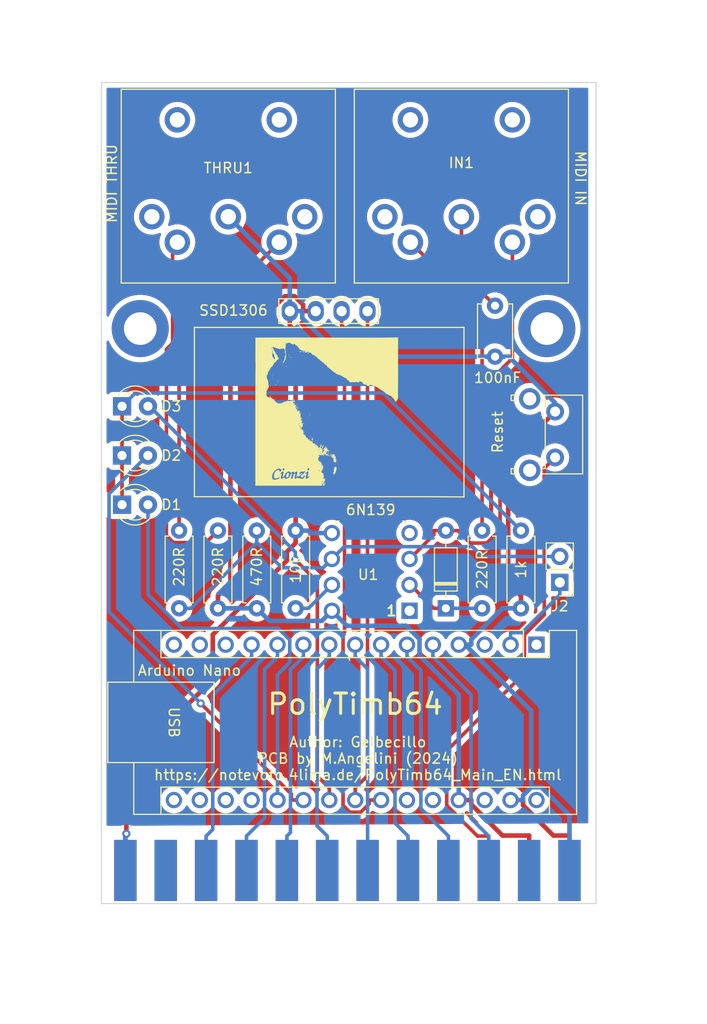
<source format=kicad_pcb>
(kicad_pcb (version 20211014) (generator pcbnew)
  (layers (0 "F.Cu" signal) (31 "B.Cu" signal) (34 "B.Paste" user) (35 "F.Paste" user) (36 "B.SilkS" user "B.Silkscreen") (37 "F.SilkS" user "F.Silkscreen") (38 "B.Mask" user) (39 "F.Mask" user) (44 "Edge.Cuts" user))
  (net 0 "")
  (net 2 "RX")
  (net 4 "GND")
  (net 5 "Net-(A1-Pad5)")
  (net 6 "Net-(A1-Pad6)")
  (net 7 "Net-(A1-Pad7)")
  (net 8 "Net-(A1-Pad8)")
  (net 9 "Net-(A1-Pad9)")
  (net 10 "Net-(A1-Pad10)")
  (net 11 "Net-(A1-Pad11)")
  (net 12 "Net-(A1-Pad12)")
  (net 20 "Net-(A1-Pad20)")
  (net 21 "Net-(A1-Pad21)")
  (net 22 "Net-(A1-Pad22)")
  (net 23 "SDA")
  (net 24 "SCL")
  (net 27 "+5V")
  (net 30 "Net-(C1-Pad1)")
  (net 31 "Net-(CON1-Pad3)")
  (net 42 "Net-(D1-Pad1)")
  (net 43 "Net-(D4-Pad1)")
  (net 44 "Net-(D4-Pad2)")
  (net 45 "Net-(J2-Pad2)")
  (net 46 "Net-(R3-Pad1)")
  (net 51 "Net-(IN1-Pad4)")
  (net 52 "Net-(THRU1-Pad4)")
  (net 53 "Net-(THRU1-Pad5)")
  (footprint "arduino:DIN-5-midi" (layer "F.Cu") (at 93.472 59.182 -90)
    (fp_text reference "THRU1" (at -1.778 0) (layer "F.SilkS"))
    (fp_text value "DIN-5_180degree")
    (pad "" thru_hole circle (at -6.5 -5 270) (size 2.5 2.5) (drill 1.5) (layers *.Cu *.Mask))
    (pad "" thru_hole circle (at -6.5 5 270) (size 2.5 2.5) (drill 1.5) (layers *.Cu *.Mask))
    (pad "1" thru_hole circle (at 3 7.5 270) (size 2.5 2.5) (drill 1.5) (layers *.Cu *.Mask))
    (pad "2" thru_hole circle (at 3 0 270) (size 2.5 2.5) (drill 1.5) (layers *.Cu *.Mask) (net 4 "GND"))
    (pad "3" thru_hole circle (at 3 -7.5 270) (size 2.5 2.5) (drill 1.5) (layers *.Cu *.Mask))
    (pad "4" thru_hole circle (at 5.5 5 270) (size 2.5 2.5) (drill 1.5) (layers *.Cu *.Mask) (net 52 "Net-(THRU1-Pad4)"))
    (pad "5" thru_hole circle (at 5.5 -5 270) (size 2.5 2.5) (drill 1.5) (layers *.Cu *.Mask) (net 53 "Net-(THRU1-Pad5)"))
  )
  (footprint "graphics:cionzi" (layer "F.Cu") (at 103.124 81.28)
    (fp_text reference " " (at 0 0) (layer "F.SilkS") (effects (font (size 1.524 1.524) (thickness 0.3))))
    (fp_text value "LOGO" hide)
  )
  (footprint "Resistor_THT:R_Axial_DIN0207_L6.3mm_D2.5mm_P7.62mm_Horizontal" (layer "F.Cu") (at 122.174 92.964 -90)
    (fp_text reference "R1")
    (fp_text value "1k" (at 3.81 0 90) (layer "F.SilkS"))
    (pad "1" thru_hole circle (at 0 0 270) (size 1.6 1.6) (drill 0.8) (layers *.Cu *.Mask) (net 42 "Net-(D1-Pad1)"))
    (pad "2" thru_hole oval (at 7.62 0 270) (size 1.6 1.6) (drill 0.8) (layers *.Cu *.Mask) (net 4 "GND"))
  )
  (footprint "Resistor_THT:R_Axial_DIN0207_L6.3mm_D2.5mm_P7.62mm_Horizontal" (layer "F.Cu") (at 92.456 92.964 -90)
    (fp_text reference "R5")
    (fp_text value "220R" (at 3.556 0 90) (layer "F.SilkS"))
    (pad "1" thru_hole circle (at 0 0 270) (size 1.6 1.6) (drill 0.8) (layers *.Cu *.Mask) (net 52 "Net-(THRU1-Pad4)"))
    (pad "2" thru_hole oval (at 7.62 0 270) (size 1.6 1.6) (drill 0.8) (layers *.Cu *.Mask) (net 27 "+5V"))
  )
  (footprint "MountingHole:MountingHole_3.2mm_M3_DIN965_Pad_TopBottom" (layer "F.Cu") (at 84.836 73.152)
    (fp_text reference "H1")
    (fp_text value "MountingHole")
    (pad "1" thru_hole circle (at 0 0) (size 3.6 3.6) (drill 3.2) (layers *.Cu *.Mask))
    (pad "1" connect circle (at 0 0) (size 5.6 5.6) (layers "B.Cu" "B.Mask"))
    (pad "1" connect circle (at 0 0) (size 5.6 5.6) (layers "F.Cu" "F.Mask"))
  )
  (footprint "Capacitor_THT:C_Disc_D5.1mm_W3.2mm_P5.00mm" (layer "F.Cu") (at 119.634 70.906 -90)
    (fp_text reference "C1")
    (fp_text value "100nF" (at 7.072 -0.254) (layer "F.SilkS"))
    (pad "1" thru_hole circle (at 0 0 270) (size 1.6 1.6) (drill 0.8) (layers *.Cu *.Mask) (net 30 "Net-(C1-Pad1)"))
    (pad "2" thru_hole circle (at 5 0 270) (size 1.6 1.6) (drill 0.8) (layers *.Cu *.Mask) (net 4 "GND"))
  )
  (footprint "Module:Arduino_Nano" (layer "F.Cu") (at 123.698 104.15 -90)
    (fp_text reference "A1")
    (fp_text value "Arduino Nano" (at 2.53 34.036) (layer "F.SilkS"))
    (fp_text user "USB" (at 7.62 35.56 -90 unlocked) (layer "F.SilkS"))
    (pad "1" thru_hole rect (at 0 0 270) (size 1.6 1.6) (drill 1) (layers *.Cu *.Mask))
    (pad "2" thru_hole oval (at 0 2.54 270) (size 1.6 1.6) (drill 1) (layers *.Cu *.Mask) (net 2 "RX"))
    (pad "3" thru_hole oval (at 0 5.08 270) (size 1.6 1.6) (drill 1) (layers *.Cu *.Mask))
    (pad "4" thru_hole oval (at 0 7.62 270) (size 1.6 1.6) (drill 1) (layers *.Cu *.Mask) (net 4 "GND"))
    (pad "5" thru_hole oval (at 0 10.16 270) (size 1.6 1.6) (drill 1) (layers *.Cu *.Mask) (net 5 "Net-(A1-Pad5)"))
    (pad "6" thru_hole oval (at 0 12.7 270) (size 1.6 1.6) (drill 1) (layers *.Cu *.Mask) (net 6 "Net-(A1-Pad6)"))
    (pad "7" thru_hole oval (at 0 15.24 270) (size 1.6 1.6) (drill 1) (layers *.Cu *.Mask) (net 7 "Net-(A1-Pad7)"))
    (pad "8" thru_hole oval (at 0 17.78 270) (size 1.6 1.6) (drill 1) (layers *.Cu *.Mask) (net 8 "Net-(A1-Pad8)"))
    (pad "9" thru_hole oval (at 0 20.32 270) (size 1.6 1.6) (drill 1) (layers *.Cu *.Mask) (net 9 "Net-(A1-Pad9)"))
    (pad "10" thru_hole oval (at 0 22.86 270) (size 1.6 1.6) (drill 1) (layers *.Cu *.Mask) (net 10 "Net-(A1-Pad10)"))
    (pad "11" thru_hole oval (at 0 25.4 270) (size 1.6 1.6) (drill 1) (layers *.Cu *.Mask) (net 11 "Net-(A1-Pad11)"))
    (pad "12" thru_hole oval (at 0 27.94 270) (size 1.6 1.6) (drill 1) (layers *.Cu *.Mask) (net 12 "Net-(A1-Pad12)"))
    (pad "13" thru_hole oval (at 0 30.48 270) (size 1.6 1.6) (drill 1) (layers *.Cu *.Mask))
    (pad "14" thru_hole oval (at 0 33.02 270) (size 1.6 1.6) (drill 1) (layers *.Cu *.Mask))
    (pad "15" thru_hole oval (at 0 35.56 270) (size 1.6 1.6) (drill 1) (layers *.Cu *.Mask))
    (pad "16" thru_hole oval (at 15.24 35.56 270) (size 1.6 1.6) (drill 1) (layers *.Cu *.Mask))
    (pad "17" thru_hole oval (at 15.24 33.02 270) (size 1.6 1.6) (drill 1) (layers *.Cu *.Mask))
    (pad "18" thru_hole oval (at 15.24 30.48 270) (size 1.6 1.6) (drill 1) (layers *.Cu *.Mask))
    (pad "19" thru_hole oval (at 15.24 27.94 270) (size 1.6 1.6) (drill 1) (layers *.Cu *.Mask))
    (pad "20" thru_hole oval (at 15.24 25.4 270) (size 1.6 1.6) (drill 1) (layers *.Cu *.Mask) (net 20 "Net-(A1-Pad20)"))
    (pad "21" thru_hole oval (at 15.24 22.86 270) (size 1.6 1.6) (drill 1) (layers *.Cu *.Mask) (net 21 "Net-(A1-Pad21)"))
    (pad "22" thru_hole oval (at 15.24 20.32 270) (size 1.6 1.6) (drill 1) (layers *.Cu *.Mask) (net 22 "Net-(A1-Pad22)"))
    (pad "23" thru_hole oval (at 15.24 17.78 270) (size 1.6 1.6) (drill 1) (layers *.Cu *.Mask) (net 23 "SDA"))
    (pad "24" thru_hole oval (at 15.24 15.24 270) (size 1.6 1.6) (drill 1) (layers *.Cu *.Mask) (net 24 "SCL"))
    (pad "25" thru_hole oval (at 15.24 12.7 270) (size 1.6 1.6) (drill 1) (layers *.Cu *.Mask))
    (pad "26" thru_hole oval (at 15.24 10.16 270) (size 1.6 1.6) (drill 1) (layers *.Cu *.Mask))
    (pad "27" thru_hole oval (at 15.24 7.62 270) (size 1.6 1.6) (drill 1) (layers *.Cu *.Mask) (net 27 "+5V"))
    (pad "28" thru_hole oval (at 15.24 5.08 270) (size 1.6 1.6) (drill 1) (layers *.Cu *.Mask))
    (pad "29" thru_hole oval (at 15.24 2.54 270) (size 1.6 1.6) (drill 1) (layers *.Cu *.Mask) (net 4 "GND"))
    (pad "30" thru_hole oval (at 15.24 0 270) (size 1.6 1.6) (drill 1) (layers *.Cu *.Mask))
  )
  (footprint "Resistor_THT:R_Axial_DIN0207_L6.3mm_D2.5mm_P7.62mm_Horizontal" (layer "F.Cu") (at 88.646 92.964 -90)
    (fp_text reference "R6")
    (fp_text value "220R" (at 3.556 0 90) (layer "F.SilkS"))
    (pad "1" thru_hole circle (at 0 0 270) (size 1.6 1.6) (drill 0.8) (layers *.Cu *.Mask) (net 53 "Net-(THRU1-Pad5)"))
    (pad "2" thru_hole oval (at 7.62 0 270) (size 1.6 1.6) (drill 0.8) (layers *.Cu *.Mask) (net 45 "Net-(J2-Pad2)"))
  )
  (footprint "digikey-footprints:DIP-8_W7.62mm" (layer "F.Cu") (at 111.252 100.828 180)
    (fp_text reference "U1" (at 4.064 3.546) (layer "F.SilkS"))
    (fp_text value "6N139" (at 3.81 9.896) (layer "F.SilkS"))
    (pad "1" thru_hole rect locked (at 0 0 180) (size 1.6 1.6) (drill 1) (layers *.Cu *.Mask))
    (pad "2" thru_hole circle locked (at 0 2.54 180) (size 1.6 1.6) (drill 1) (layers *.Cu *.Mask) (net 44 "Net-(D4-Pad2)"))
    (pad "3" thru_hole circle locked (at 0 5.08 180) (size 1.6 1.6) (drill 1) (layers *.Cu *.Mask) (net 43 "Net-(D4-Pad1)"))
    (pad "4" thru_hole circle locked (at 0 7.62 180) (size 1.6 1.6) (drill 1) (layers *.Cu *.Mask))
    (pad "5" thru_hole circle locked (at 7.62 7.62 180) (size 1.6 1.6) (drill 1) (layers *.Cu *.Mask) (net 4 "GND"))
    (pad "6" thru_hole circle locked (at 7.62 5.08 180) (size 1.6 1.6) (drill 1) (layers *.Cu *.Mask) (net 45 "Net-(J2-Pad2)"))
    (pad "7" thru_hole circle locked (at 7.62 2.54 180) (size 1.6 1.6) (drill 1) (layers *.Cu *.Mask) (net 46 "Net-(R3-Pad1)"))
    (pad "8" thru_hole circle locked (at 7.62 0 180) (size 1.6 1.6) (drill 1) (layers *.Cu *.Mask) (net 27 "+5V"))
  )
  (footprint "Connector_PinHeader_2.54mm:PinHeader_1x02_P2.54mm_Vertical" (layer "F.Cu") (at 125.984 98.044 180)
    (fp_text reference "J2" (at 0 -2.33) (layer "F.SilkS"))
    (fp_text value "Conn_01x02_Male")
    (pad "1" thru_hole rect (at 0 0 180) (size 1.7 1.7) (drill 1) (layers *.Cu *.Mask) (net 2 "RX"))
    (pad "2" thru_hole oval (at 0 2.54 180) (size 1.7 1.7) (drill 1) (layers *.Cu *.Mask) (net 45 "Net-(J2-Pad2)"))
  )
  (footprint "Resistor_THT:R_Axial_DIN0207_L6.3mm_D2.5mm_P7.62mm_Horizontal" (layer "F.Cu") (at 100.076 100.584 90)
    (fp_text reference "R3")
    (fp_text value "10k" (at 3.81 0 90) (layer "F.SilkS"))
    (pad "1" thru_hole circle (at 0 0 90) (size 1.6 1.6) (drill 0.8) (layers *.Cu *.Mask) (net 46 "Net-(R3-Pad1)"))
    (pad "2" thru_hole oval (at 7.62 0 90) (size 1.6 1.6) (drill 0.8) (layers *.Cu *.Mask) (net 4 "GND"))
  )
  (footprint "Resistor_THT:R_Axial_DIN0207_L6.3mm_D2.5mm_P7.62mm_Horizontal" (layer "F.Cu") (at 118.364 92.964 -90)
    (fp_text reference "R2")
    (fp_text value "220R" (at 3.81 0 90) (layer "F.SilkS"))
    (pad "1" thru_hole circle (at 0 0 270) (size 1.6 1.6) (drill 0.8) (layers *.Cu *.Mask) (net 51 "Net-(IN1-Pad4)"))
    (pad "2" thru_hole oval (at 7.62 0 270) (size 1.6 1.6) (drill 0.8) (layers *.Cu *.Mask) (net 44 "Net-(D4-Pad2)"))
  )
  (footprint "Hackup_Commodore:C64-User-Port-Female_Single-GND" (layer "F.Cu") (at 105.156 129.2965)
    (fp_text reference "CON1")
    (fp_text value "C64-UserPort-Sym")
    (pad "1" smd rect locked (at -21.78 -3) (size 2.2 6) (layers "B.Cu" "B.Paste" "B.Mask") (net 4 "GND"))
    (pad "1" smd rect locked (at 21.78 -3) (size 2.2 6) (layers "B.Cu" "B.Paste" "B.Mask") (net 4 "GND"))
    (pad "1" smd rect locked (at 21.78 -3) (size 2.2 6) (layers "F.Cu" "F.Paste" "F.Mask") (net 4 "GND"))
    (pad "1" smd rect locked (at -21.78 -3) (size 2.2 6) (layers "F.Cu" "F.Paste" "F.Mask") (net 4 "GND"))
    (pad "2" smd rect locked (at 17.82 -3) (size 2.2 6) (layers "F.Cu" "F.Paste" "F.Mask") (net 27 "+5V"))
    (pad "3" smd rect locked (at 13.86 -3) (size 2.2 6) (layers "F.Cu" "F.Paste" "F.Mask") (net 31 "Net-(CON1-Pad3)"))
    (pad "4" smd rect locked (at 9.9 -3) (size 2.2 6) (layers "F.Cu" "F.Paste" "F.Mask"))
    (pad "5" smd rect locked (at 5.94 -3) (size 2.2 6) (layers "F.Cu" "F.Paste" "F.Mask"))
    (pad "6" smd rect locked (at 1.98 -3) (size 2.2 6) (layers "F.Cu" "F.Paste" "F.Mask"))
    (pad "7" smd rect locked (at -1.98 -3) (size 2.2 6) (layers "F.Cu" "F.Paste" "F.Mask"))
    (pad "8" smd rect locked (at -5.94 -3) (size 2.2 6) (layers "F.Cu" "F.Paste" "F.Mask"))
    (pad "9" smd rect locked (at -9.9 -3) (size 2.2 6) (layers "F.Cu" "F.Paste" "F.Mask"))
    (pad "10" smd rect locked (at -13.86 -3) (size 2.2 6) (layers "F.Cu" "F.Paste" "F.Mask"))
    (pad "11" smd rect locked (at -17.82 -3) (size 2.2 6) (layers "F.Cu" "F.Paste" "F.Mask"))
    (pad "B" smd rect locked (at 17.82 -3) (size 2.2 6) (layers "B.Cu" "B.Paste" "B.Mask"))
    (pad "C" smd rect locked (at 13.86 -3) (size 2.2 6) (layers "B.Cu" "B.Paste" "B.Mask") (net 5 "Net-(A1-Pad5)"))
    (pad "D" smd rect locked (at 9.9 -3) (size 2.2 6) (layers "B.Cu" "B.Paste" "B.Mask") (net 6 "Net-(A1-Pad6)"))
    (pad "E" smd rect locked (at 5.94 -3) (size 2.2 6) (layers "B.Cu" "B.Paste" "B.Mask") (net 7 "Net-(A1-Pad7)"))
    (pad "F" smd rect locked (at 1.98 -3) (size 2.2 6) (layers "B.Cu" "B.Paste" "B.Mask") (net 8 "Net-(A1-Pad8)"))
    (pad "H" smd rect locked (at -1.98 -3) (size 2.2 6) (layers "B.Cu" "B.Paste" "B.Mask") (net 9 "Net-(A1-Pad9)"))
    (pad "J" smd rect locked (at -5.94 -3) (size 2.2 6) (layers "B.Cu" "B.Paste" "B.Mask") (net 10 "Net-(A1-Pad10)"))
    (pad "K" smd rect locked (at -9.9 -3) (size 2.2 6) (layers "B.Cu" "B.Paste" "B.Mask") (net 11 "Net-(A1-Pad11)"))
    (pad "L" smd rect locked (at -13.86 -3) (size 2.2 6) (layers "B.Cu" "B.Paste" "B.Mask") (net 12 "Net-(A1-Pad12)"))
    (pad "M" smd rect locked (at -17.82 -3) (size 2.2 6) (layers "B.Cu" "B.Paste" "B.Mask"))
  )
  (footprint "arduino:DIN-5-midi" (layer "F.Cu") (at 116.332 59.182 -90)
    (fp_text reference "IN1" (at -2.286 0) (layer "F.SilkS"))
    (fp_text value "DIN-5_180degree")
    (pad "" thru_hole circle (at -6.5 -5 270) (size 2.5 2.5) (drill 1.5) (layers *.Cu *.Mask))
    (pad "" thru_hole circle (at -6.5 5 270) (size 2.5 2.5) (drill 1.5) (layers *.Cu *.Mask))
    (pad "1" thru_hole circle (at 3 7.5 270) (size 2.5 2.5) (drill 1.5) (layers *.Cu *.Mask))
    (pad "2" thru_hole circle (at 3 0 270) (size 2.5 2.5) (drill 1.5) (layers *.Cu *.Mask) (net 30 "Net-(C1-Pad1)"))
    (pad "3" thru_hole circle (at 3 -7.5 270) (size 2.5 2.5) (drill 1.5) (layers *.Cu *.Mask))
    (pad "4" thru_hole circle (at 5.5 5 270) (size 2.5 2.5) (drill 1.5) (layers *.Cu *.Mask) (net 51 "Net-(IN1-Pad4)"))
    (pad "5" thru_hole circle (at 5.5 -5 270) (size 2.5 2.5) (drill 1.5) (layers *.Cu *.Mask) (net 43 "Net-(D4-Pad1)"))
  )
  (footprint "Diode_THT:D_DO-35_SOD27_P7.62mm_Horizontal" (layer "F.Cu") (at 114.808 100.584 90)
    (fp_text reference "D4")
    (fp_text value "DIODE")
    (pad "1" thru_hole oval (at 7.62 0 90) (size 1.6 1.6) (drill 0.8) (layers *.Cu *.Mask) (net 43 "Net-(D4-Pad1)"))
    (pad "2" thru_hole rect (at 0 0 90) (size 1.6 1.6) (drill 0.8) (layers *.Cu *.Mask) (net 44 "Net-(D4-Pad2)"))
  )
  (footprint "LED_THT:LED_D3.0mm" (layer "F.Cu") (at 83.053 90.424)
    (fp_text reference "D1" (at 4.831 0) (layer "F.SilkS"))
    (fp_text value "LED")
    (pad "1" thru_hole rect (at 0 0) (size 1.8 1.8) (drill 0.9) (layers *.Cu *.Mask) (net 42 "Net-(D1-Pad1)"))
    (pad "2" thru_hole circle (at 2.54 0) (size 1.8 1.8) (drill 0.9) (layers *.Cu *.Mask) (net 20 "Net-(A1-Pad20)"))
  )
  (footprint "Resistor_THT:R_Axial_DIN0207_L6.3mm_D2.5mm_P7.62mm_Horizontal" (layer "F.Cu") (at 96.266 100.584 90)
    (fp_text reference "R4")
    (fp_text value "470R" (at 4.064 0 90) (layer "F.SilkS"))
    (pad "1" thru_hole circle (at 0 0 90) (size 1.6 1.6) (drill 0.8) (layers *.Cu *.Mask) (net 27 "+5V"))
    (pad "2" thru_hole oval (at 7.62 0 90) (size 1.6 1.6) (drill 0.8) (layers *.Cu *.Mask) (net 45 "Net-(J2-Pad2)"))
  )
  (footprint "oled:128x64OLED_I2C" (layer "F.Cu") (at 103.124 82.042)
    (fp_text reference "Brd1")
    (fp_text value "SSD1306" (at -9.144 -10.668) (layer "F.SilkS"))
    (pad "1" thru_hole oval (at -3.62 -10.6 90) (size 2 1.6) (drill 1) (layers *.Cu *.Mask) (net 4 "GND"))
    (pad "2" thru_hole oval (at -1.08 -10.6 90) (size 2 1.6) (drill 1) (layers *.Cu *.Mask) (net 27 "+5V"))
    (pad "3" thru_hole oval (at 1.46 -10.6 90) (size 2 1.6) (drill 1) (layers *.Cu *.Mask) (net 24 "SCL"))
    (pad "4" thru_hole oval (at 4 -10.6 90) (size 2 1.6) (drill 1) (layers *.Cu *.Mask) (net 23 "SDA"))
  )
  (footprint "Button_Switch_THT:SW_Tactile_SPST_Angled_PTS645Vx58-2LFS" (layer "F.Cu") (at 125.5255 81.291 -90)
    (fp_text reference "Reset" (at 2.021 5.6375 -90) (layer "F.SilkS"))
    (fp_text value "SW_Push")
    (pad "" thru_hole circle (at -1.25 2.49 270) (size 2.1 2.1) (drill 1.3) (layers *.Cu *.Mask))
    (pad "" thru_hole circle (at 5.76 2.49 270) (size 2.1 2.1) (drill 1.3) (layers *.Cu *.Mask))
    (pad "1" thru_hole circle (at 0 0 270) (size 1.75 1.75) (drill 0.99) (layers *.Cu *.Mask) (net 4 "GND"))
    (pad "2" thru_hole circle (at 4.5 0 270) (size 1.75 1.75) (drill 0.99) (layers *.Cu *.Mask) (net 31 "Net-(CON1-Pad3)"))
  )
  (footprint "LED_THT:LED_D3.0mm" (layer "F.Cu") (at 83.053 80.772)
    (fp_text reference "D3" (at 4.831 0) (layer "F.SilkS"))
    (fp_text value "LED")
    (pad "1" thru_hole rect (at 0 0) (size 1.8 1.8) (drill 0.9) (layers *.Cu *.Mask) (net 42 "Net-(D1-Pad1)"))
    (pad "2" thru_hole circle (at 2.54 0) (size 1.8 1.8) (drill 0.9) (layers *.Cu *.Mask) (net 22 "Net-(A1-Pad22)"))
  )
  (footprint "LED_THT:LED_D3.0mm" (layer "F.Cu") (at 83.048 85.598)
    (fp_text reference "D2" (at 4.836 0) (layer "F.SilkS"))
    (fp_text value "LED")
    (pad "1" thru_hole rect (at 0 0) (size 1.8 1.8) (drill 0.9) (layers *.Cu *.Mask) (net 42 "Net-(D1-Pad1)"))
    (pad "2" thru_hole circle (at 2.54 0) (size 1.8 1.8) (drill 0.9) (layers *.Cu *.Mask) (net 21 "Net-(A1-Pad21)"))
  )
  (footprint "MountingHole:MountingHole_3.2mm_M3_DIN965_Pad_TopBottom" (layer "F.Cu") (at 124.714 73.152)
    (fp_text reference "H2")
    (fp_text value "MountingHole")
    (pad "1" connect circle (at 0 0) (size 5.6 5.6) (layers "F.Cu" "F.Mask"))
    (pad "1" thru_hole circle (at 0 0) (size 3.6 3.6) (drill 3.2) (layers *.Cu *.Mask))
    (pad "1" connect circle (at 0 0) (size 5.6 5.6) (layers "B.Cu" "B.Mask"))
  )
  (gr_line (start 81.026 49.022) (end 81.026 129.54) (layer "Edge.Cuts") (width 0.1))
  (gr_line (start 81.026 129.54) (end 129.54 129.54) (layer "Edge.Cuts") (width 0.1))
  (gr_line (start 129.54 49.022) (end 81.026 49.022) (layer "Edge.Cuts") (width 0.1))
  (gr_line (start 129.54 129.54) (end 129.54 49.022) (layer "Edge.Cuts") (width 0.1))
  (gr_text "MIDI THRU" (at 82.042 58.928 90) (layer "F.SilkS") (effects (font (size 1 1))))
  (gr_text "Author: Gelbecillo\nPCB by M.Angelini (2024)\nhttps://notevoto.4lima.de/PolyTimb64_Main_EN.html" (at 106.172 115.316) (layer "F.SilkS") (effects (font (size 1 1))))
  (gr_text "1" (at 109.474 100.838) (layer "F.SilkS") (effects (font (size 1 1) (thickness 0.2))))
  (gr_text "MIDI IN" (at 128.016 58.42 270) (layer "F.SilkS") (effects (font (size 1 1))))
  (gr_text "PolyTimb64" (at 105.918 109.982) (layer "F.SilkS") (effects (font (size 2 2) (thickness 0.3))))
  (segment (start 125.984 99.2693) (end 122.2786 102.9747) (width 0.35) (layer "B.Cu") (net 2))
  (segment (start 121.158 104.15) (end 121.158 102.9747) (width 0.35) (layer "B.Cu") (net 2))
  (segment (start 122.2786 102.9747) (end 121.158 102.9747) (width 0.35) (layer "B.Cu") (net 2))
  (segment (start 125.984 98.044) (end 125.984 99.2693) (width 0.35) (layer "B.Cu") (net 2))
  (segment (start 120.9239 85.8926) (end 120.9239 98.1086) (width 0.45) (layer "F.Cu") (net 4))
  (segment (start 91.948 107.5616) (end 83.4747 116.0349) (width 0.45) (layer "F.Cu") (net 4))
  (segment (start 120.9239 98.1086) (end 122.174 99.3587) (width 0.45) (layer "F.Cu") (net 4))
  (segment (start 100.076 94.1893) (end 99.2198 95.0455) (width 0.45) (layer "F.Cu") (net 4))
  (segment (start 100.076 73.4393) (end 99.504 72.8673) (width 0.45) (layer "F.Cu") (net 4))
  (segment (start 122.174 100.584) (end 122.174 99.3587) (width 0.45) (layer "F.Cu") (net 4))
  (segment (start 83.376 126.2965) (end 83.376 122.8712) (width 0.45) (layer "F.Cu") (net 4))
  (segment (start 121.158 119.39) (end 122.3833 119.39) (width 0.45) (layer "F.Cu") (net 4))
  (segment (start 99.504 71.442) (end 99.504 72.8673) (width 0.45) (layer "F.Cu") (net 4))
  (segment (start 83.376 122.8712) (end 83.4747 122.7725) (width 0.45) (layer "F.Cu") (net 4))
  (segment (start 100.076 92.964) (end 100.076 73.4393) (width 0.45) (layer "F.Cu") (net 4))
  (segment (start 126.936 122.8712) (end 125.3567 122.8712) (width 0.45) (layer "F.Cu") (net 4))
  (segment (start 83.4747 116.0349) (end 83.4747 122.6942) (width 0.45) (layer "F.Cu") (net 4))
  (segment (start 91.948 103.1692) (end 91.948 107.5616) (width 0.45) (layer "F.Cu") (net 4))
  (segment (start 122.3833 119.8978) (end 122.3833 119.39) (width 0.45) (layer "F.Cu") (net 4))
  (segment (start 125.5255 81.291) (end 120.9239 85.8926) (width 0.45) (layer "F.Cu") (net 4))
  (segment (start 99.2198 95.8974) (end 91.948 103.1692) (width 0.45) (layer "F.Cu") (net 4))
  (segment (start 99.2198 95.0455) (end 99.2198 95.8974) (width 0.45) (layer "F.Cu") (net 4))
  (segment (start 83.4747 122.7725) (end 83.4747 122.6942) (width 0.45) (layer "F.Cu") (net 4))
  (segment (start 125.3567 122.8712) (end 122.3833 119.8978) (width 0.45) (layer "F.Cu") (net 4))
  (segment (start 100.076 92.964) (end 100.076 94.1893) (width 0.45) (layer "F.Cu") (net 4))
  (segment (start 126.936 126.2965) (end 126.936 122.8712) (width 0.45) (layer "F.Cu") (net 4))
  (via (at 83.4747 122.6942) (size 0.8) (drill 0.4) (layers "F.Cu" "B.Cu") (net 4))
  (segment (start 99.504 71.442) (end 100.7293 71.442) (width 0.45) (layer "B.Cu") (net 4))
  (segment (start 100.076 92.964) (end 101.3013 92.964) (width 0.45) (layer "B.Cu") (net 4))
  (segment (start 126.936 120.8862) (end 126.936 126.2965) (width 0.45) (layer "B.Cu") (net 4))
  (segment (start 83.376 122.7929) (end 83.4747 122.6942) (width 0.45) (layer "B.Cu") (net 4))
  (segment (start 83.376 126.2965) (end 83.376 122.7929) (width 0.45) (layer "B.Cu") (net 4))
  (segment (start 122.3833 119.39) (end 122.3833 118.9305) (width 0.45) (layer "B.Cu") (net 4))
  (segment (start 101.5453 93.208) (end 103.632 93.208) (width 0.45) (layer "B.Cu") (net 4))
  (segment (start 100.7293 71.442) (end 100.7293 72.1312) (width 0.45) (layer "B.Cu") (net 4))
  (segment (start 116.6907 104.15) (end 123.1841 110.6434) (width 0.45) (layer "B.Cu") (net 4))
  (segment (start 125.5255 80.4426) (end 125.5255 81.291) (width 0.45) (layer "B.Cu") (net 4))
  (segment (start 120.9487 100.584) (end 120.3615 100.584) (width 0.45) (layer "B.Cu") (net 4))
  (segment (start 116.078 104.15) (end 116.6907 104.15) (width 0.45) (layer "B.Cu") (net 4))
  (segment (start 104.5041 75.906) (end 119.634 75.906) (width 0.45) (layer "B.Cu") (net 4))
  (segment (start 123.1841 118.1297) (end 124.1795 118.1297) (width 0.45) (layer "B.Cu") (net 4))
  (segment (start 117.3033 103.6422) (end 117.3033 104.15) (width 0.45) (layer "B.Cu") (net 4))
  (segment (start 124.1795 118.1297) (end 126.936 120.8862) (width 0.45) (layer "B.Cu") (net 4))
  (segment (start 123.1841 110.6434) (end 123.1841 118.1297) (width 0.45) (layer "B.Cu") (net 4))
  (segment (start 100.7293 72.1312) (end 104.5041 75.906) (width 0.45) (layer "B.Cu") (net 4))
  (segment (start 120.9889 75.906) (end 125.5255 80.4426) (width 0.45) (layer "B.Cu") (net 4))
  (segment (start 119.634 75.906) (end 120.9889 75.906) (width 0.45) (layer "B.Cu") (net 4))
  (segment (start 93.472 62.182) (end 99.504 68.214) (width 0.45) (layer "B.Cu") (net 4))
  (segment (start 116.6907 104.15) (end 117.3033 104.15) (width 0.45) (layer "B.Cu") (net 4))
  (segment (start 99.504 68.214) (end 99.504 71.442) (width 0.45) (layer "B.Cu") (net 4))
  (segment (start 120.3615 100.584) (end 117.3033 103.6422) (width 0.45) (layer "B.Cu") (net 4))
  (segment (start 101.3013 92.964) (end 101.5453 93.208) (width 0.45) (layer "B.Cu") (net 4))
  (segment (start 121.158 119.39) (end 122.3833 119.39) (width 0.45) (layer "B.Cu") (net 4))
  (segment (start 122.174 100.584) (end 120.9487 100.584) (width 0.45) (layer "B.Cu") (net 4))
  (segment (start 122.3833 118.9305) (end 123.1841 118.1297) (width 0.45) (layer "B.Cu") (net 4))
  (segment (start 113.538 104.15) (end 113.538 105.3253) (width 0.35) (layer "B.Cu") (net 5))
  (segment (start 117.2822 109.0695) (end 117.2822 121.1874) (width 0.35) (layer "B.Cu") (net 5))
  (segment (start 113.538 105.3253) (end 117.2822 109.0695) (width 0.35) (layer "B.Cu") (net 5))
  (segment (start 117.2822 121.1874) (end 119.016 122.9212) (width 0.35) (layer "B.Cu") (net 5))
  (segment (start 119.016 126.2965) (end 119.016 122.9212) (width 0.35) (layer "B.Cu") (net 5))
  (segment (start 115.056 126.2965) (end 115.056 122.9212) (width 0.35) (layer "B.Cu") (net 6))
  (segment (start 112.3626 120.2278) (end 115.056 122.9212) (width 0.35) (layer "B.Cu") (net 6))
  (segment (start 112.3626 106.6899) (end 112.3626 120.2278) (width 0.35) (layer "B.Cu") (net 6))
  (segment (start 110.998 104.15) (end 110.998 105.3253) (width 0.35) (layer "B.Cu") (net 6))
  (segment (start 110.998 105.3253) (end 112.3626 106.6899) (width 0.35) (layer "B.Cu") (net 6))
  (segment (start 109.8226 106.6899) (end 108.458 105.3253) (width 0.35) (layer "B.Cu") (net 7))
  (segment (start 108.458 104.15) (end 108.458 105.3253) (width 0.35) (layer "B.Cu") (net 7))
  (segment (start 109.8226 121.6478) (end 109.8226 106.6899) (width 0.35) (layer "B.Cu") (net 7))
  (segment (start 111.096 126.2965) (end 111.096 122.9212) (width 0.35) (layer "B.Cu") (net 7))
  (segment (start 111.096 122.9212) (end 109.8226 121.6478) (width 0.35) (layer "B.Cu") (net 7))
  (segment (start 107.136 106.5433) (end 105.918 105.3253) (width 0.35) (layer "B.Cu") (net 8))
  (segment (start 107.136 126.2965) (end 107.136 106.5433) (width 0.35) (layer "B.Cu") (net 8))
  (segment (start 105.918 104.15) (end 105.918 105.3253) (width 0.35) (layer "B.Cu") (net 8))
  (segment (start 103.378 104.15) (end 103.378 105.3253) (width 0.35) (layer "B.Cu") (net 9))
  (segment (start 102.1747 106.5286) (end 103.378 105.3253) (width 0.35) (layer "B.Cu") (net 9))
  (segment (start 102.1747 121.9199) (end 102.1747 106.5286) (width 0.35) (layer "B.Cu") (net 9))
  (segment (start 103.176 122.9212) (end 102.1747 121.9199) (width 0.35) (layer "B.Cu") (net 9))
  (segment (start 103.176 126.2965) (end 103.176 122.9212) (width 0.35) (layer "B.Cu") (net 9))
  (segment (start 99.216 126.2965) (end 99.216 122.9212) (width 0.35) (layer "B.Cu") (net 10))
  (segment (start 99.568 106.5953) (end 100.838 105.3253) (width 0.35) (layer "B.Cu") (net 10))
  (segment (start 99.568 122.5692) (end 99.568 106.5953) (width 0.35) (layer "B.Cu") (net 10))
  (segment (start 100.838 104.15) (end 100.838 105.3253) (width 0.35) (layer "B.Cu") (net 10))
  (segment (start 99.216 122.9212) (end 99.568 122.5692) (width 0.35) (layer "B.Cu") (net 10))
  (segment (start 97.028 121.1492) (end 97.028 106.5953) (width 0.35) (layer "B.Cu") (net 11))
  (segment (start 95.256 122.9212) (end 97.028 121.1492) (width 0.35) (layer "B.Cu") (net 11))
  (segment (start 97.028 106.5953) (end 98.298 105.3253) (width 0.35) (layer "B.Cu") (net 11))
  (segment (start 95.256 126.2965) (end 95.256 122.9212) (width 0.35) (layer "B.Cu") (net 11))
  (segment (start 98.298 104.15) (end 98.298 105.3253) (width 0.35) (layer "B.Cu") (net 11))
  (segment (start 91.948 122.2692) (end 91.948 109.1353) (width 0.35) (layer "B.Cu") (net 12))
  (segment (start 91.296 126.2965) (end 91.296 122.9212) (width 0.35) (layer "B.Cu") (net 12))
  (segment (start 91.948 109.1353) (end 95.758 105.3253) (width 0.35) (layer "B.Cu") (net 12))
  (segment (start 91.296 122.9212) (end 91.948 122.2692) (width 0.35) (layer "B.Cu") (net 12))
  (segment (start 95.758 104.15) (end 95.758 105.3253) (width 0.35) (layer "B.Cu") (net 12))
  (segment (start 88.9371 102.5616) (end 85.593 99.2175) (width 0.35) (layer "B.Cu") (net 20))
  (segment (start 99.4986 105.8863) (end 99.4986 103.6765) (width 0.35) (layer "B.Cu") (net 20))
  (segment (start 85.593 99.2175) (end 85.593 90.424) (width 0.35) (layer "B.Cu") (net 20))
  (segment (start 98.3837 102.5616) (end 88.9371 102.5616) (width 0.35) (layer "B.Cu") (net 20))
  (segment (start 98.298 119.39) (end 98.298 107.0869) (width 0.35) (layer "B.Cu") (net 20))
  (segment (start 98.298 107.0869) (end 99.4986 105.8863) (width 0.35) (layer "B.Cu") (net 20))
  (segment (start 99.4986 103.6765) (end 98.3837 102.5616) (width 0.35) (layer "B.Cu") (net 20))
  (segment (start 99.6627 119.39) (end 99.6627 118.8094) (width 0.35) (layer "F.Cu") (net 21))
  (segment (start 100.838 119.39) (end 99.6627 119.39) (width 0.35) (layer "F.Cu") (net 21))
  (segment (start 99.6627 118.8094) (end 90.765 109.9117) (width 0.35) (layer "F.Cu") (net 21))
  (via (at 90.765 109.9117) (size 0.8) (drill 0.4) (layers "F.Cu" "B.Cu") (net 21))
  (segment (start 85.5406 85.598) (end 85.588 85.598) (width 0.35) (layer "B.Cu") (net 21))
  (segment (start 81.7776 100.9243) (end 81.7776 89.361) (width 0.35) (layer "B.Cu") (net 21))
  (segment (start 90.765 109.9117) (end 81.7776 100.9243) (width 0.35) (layer "B.Cu") (net 21))
  (segment (start 81.7776 89.361) (end 85.5406 85.598) (width 0.35) (layer "B.Cu") (net 21))
  (segment (start 103.378 119.39) (end 103.378 118.2147) (width 0.35) (layer "F.Cu") (net 22))
  (segment (start 103.378 118.2147) (end 102.2027 117.0394) (width 0.35) (layer "F.Cu") (net 22))
  (segment (start 102.2027 117.0394) (end 102.2027 97.9905) (width 0.35) (layer "F.Cu") (net 22))
  (segment (start 102.2027 97.9905) (end 100.0451 95.8329) (width 0.35) (layer "F.Cu") (net 22))
  (via (at 100.0451 95.8329) (size 0.8) (drill 0.4) (layers "F.Cu" "B.Cu") (net 22))
  (segment (start 100.0451 95.8329) (end 100.0451 95.0674) (width 0.35) (layer "B.Cu") (net 22))
  (segment (start 85.7497 80.772) (end 85.593 80.772) (width 0.35) (layer "B.Cu") (net 22))
  (segment (start 100.0451 95.0674) (end 85.7497 80.772) (width 0.35) (layer "B.Cu") (net 22))
  (segment (start 105.918 118.2147) (end 107.124 117.0087) (width 0.35) (layer "F.Cu") (net 23))
  (segment (start 105.918 119.39) (end 105.918 118.2147) (width 0.35) (layer "F.Cu") (net 23))
  (segment (start 107.124 117.0087) (end 107.124 71.442) (width 0.35) (layer "F.Cu") (net 23))
  (segment (start 104.8724 102.9096) (end 104.8724 73.1057) (width 0.35) (layer "F.Cu") (net 24))
  (segment (start 105.3994 120.5821) (end 104.7277 119.9104) (width 0.35) (layer "F.Cu") (net 24))
  (segment (start 104.7277 103.0543) (end 104.8724 102.9096) (width 0.35) (layer "F.Cu") (net 24))
  (segment (start 107.2827 119.7573) (end 106.4579 120.5821) (width 0.35) (layer "F.Cu") (net 24))
  (segment (start 104.7277 119.9104) (end 104.7277 103.0543) (width 0.35) (layer "F.Cu") (net 24))
  (segment (start 104.584 71.442) (end 104.584 72.8173) (width 0.35) (layer "F.Cu") (net 24))
  (segment (start 108.458 119.39) (end 107.2827 119.39) (width 0.35) (layer "F.Cu") (net 24))
  (segment (start 107.2827 119.39) (end 107.2827 119.7573) (width 0.35) (layer "F.Cu") (net 24))
  (segment (start 106.4579 120.5821) (end 105.3994 120.5821) (width 0.35) (layer "F.Cu") (net 24))
  (segment (start 104.8724 73.1057) (end 104.584 72.8173) (width 0.35) (layer "F.Cu") (net 24))
  (segment (start 102.044 71.442) (end 100.8187 71.442) (width 0.45) (layer "F.Cu") (net 27))
  (segment (start 116.078 119.39) (end 117.3033 119.39) (width 0.45) (layer "F.Cu") (net 27))
  (segment (start 99.9736 69.9776) (end 100.8187 70.8227) (width 0.45) (layer "F.Cu") (net 27))
  (segment (start 100.8187 70.8227) (end 100.8187 71.442) (width 0.45) (layer "F.Cu") (net 27))
  (segment (start 93.6813 98.1334) (end 93.6813 75.3158) (width 0.45) (layer "F.Cu") (net 27))
  (segment (start 120.3631 122.8712) (end 122.976 122.8712) (width 0.45) (layer "F.Cu") (net 27))
  (segment (start 117.3033 119.39) (end 117.3033 119.8114) (width 0.45) (layer "F.Cu") (net 27))
  (segment (start 122.976 126.2965) (end 122.976 122.8712) (width 0.45) (layer "F.Cu") (net 27))
  (segment (start 117.3033 119.8114) (end 120.3631 122.8712) (width 0.45) (layer "F.Cu") (net 27))
  (segment (start 92.456 99.3587) (end 93.6813 98.1334) (width 0.45) (layer "F.Cu") (net 27))
  (segment (start 92.456 100.584) (end 92.456 99.3587) (width 0.45) (layer "F.Cu") (net 27))
  (segment (start 99.0195 69.9776) (end 99.9736 69.9776) (width 0.45) (layer "F.Cu") (net 27))
  (segment (start 93.6813 75.3158) (end 99.0195 69.9776) (width 0.45) (layer "F.Cu") (net 27))
  (segment (start 96.266 100.584) (end 97.5014 101.8194) (width 0.45) (layer "B.Cu") (net 27))
  (segment (start 97.5014 101.8194) (end 102.6406 101.8194) (width 0.45) (layer "B.Cu") (net 27))
  (segment (start 92.456 100.584) (end 93.6813 100.584) (width 0.45) (layer "B.Cu") (net 27))
  (segment (start 112.2234 103.6026) (end 112.2234 105.2049) (width 0.45) (layer "B.Cu") (net 27))
  (segment (start 93.6813 100.584) (end 96.266 100.584) (width 0.45) (layer "B.Cu") (net 27))
  (segment (start 102.6406 101.8194) (end 103.632 100.828) (width 0.45) (layer "B.Cu") (net 27))
  (segment (start 105.1075 102.3035) (end 110.9243 102.3035) (width 0.45) (layer "B.Cu") (net 27))
  (segment (start 112.2234 105.2049) (end 116.078 109.0595) (width 0.45) (layer "B.Cu") (net 27))
  (segment (start 110.9243 102.3035) (end 112.2234 103.6026) (width 0.45) (layer "B.Cu") (net 27))
  (segment (start 116.078 109.0595) (end 116.078 119.39) (width 0.45) (layer "B.Cu") (net 27))
  (segment (start 103.632 100.828) (end 105.1075 102.3035) (width 0.45) (layer "B.Cu") (net 27))
  (segment (start 116.332 67.604) (end 116.332 62.182) (width 0.35) (layer "F.Cu") (net 30))
  (segment (start 119.634 70.906) (end 116.332 67.604) (width 0.35) (layer "F.Cu") (net 30))
  (segment (start 122.5226 103.1682) (end 124.4609 101.2299) (width 0.35) (layer "F.Cu") (net 31))
  (segment (start 114.8966 114.5589) (end 122.5226 106.9329) (width 0.35) (layer "F.Cu") (net 31))
  (segment (start 124.4609 101.2299) (end 124.4609 86.8556) (width 0.35) (layer "F.Cu") (net 31))
  (segment (start 117.9095 122.9212) (end 114.8966 119.9083) (width 0.35) (layer "F.Cu") (net 31))
  (segment (start 114.8966 119.9083) (end 114.8966 114.5589) (width 0.35) (layer "F.Cu") (net 31))
  (segment (start 124.4609 86.8556) (end 125.5255 85.791) (width 0.35) (layer "F.Cu") (net 31))
  (segment (start 122.5226 106.9329) (end 122.5226 103.1682) (width 0.35) (layer "F.Cu") (net 31))
  (segment (start 119.016 122.9212) (end 117.9095 122.9212) (width 0.35) (layer "F.Cu") (net 31))
  (segment (start 119.016 126.2965) (end 119.016 122.9212) (width 0.35) (layer "F.Cu") (net 31))
  (segment (start 83.048 89.1437) (end 83.048 85.598) (width 0.35) (layer "F.Cu") (net 42))
  (segment (start 83.053 84.3177) (end 83.048 84.3227) (width 0.35) (layer "F.Cu") (net 42))
  (segment (start 83.053 89.1487) (end 83.048 89.1437) (width 0.35) (layer "F.Cu") (net 42))
  (segment (start 83.053 80.772) (end 83.053 84.3177) (width 0.35) (layer "F.Cu") (net 42))
  (segment (start 83.048 85.598) (end 83.048 84.3227) (width 0.35) (layer "F.Cu") (net 42))
  (segment (start 83.053 90.424) (end 83.053 89.1487) (width 0.35) (layer "F.Cu") (net 42))
  (segment (start 108.6795 79.4695) (end 84.3555 79.4695) (width 0.35) (layer "B.Cu") (net 42))
  (segment (start 84.3555 79.4695) (end 83.053 80.772) (width 0.35) (layer "B.Cu") (net 42))
  (segment (start 122.174 92.964) (end 108.6795 79.4695) (width 0.35) (layer "B.Cu") (net 42))
  (segment (start 113.6327 93.3673) (end 113.6327 92.964) (width 0.35) (layer "F.Cu") (net 43))
  (segment (start 118.8333 94.1858) (end 117.2051 94.1858) (width 0.35) (layer "F.Cu") (net 43))
  (segment (start 114.808 92.964) (end 115.9833 92.964) (width 0.35) (layer "F.Cu") (net 43))
  (segment (start 121.332 64.682) (end 121.332 76.0729) (width 0.35) (layer "F.Cu") (net 43))
  (segment (start 120.1262 92.8929) (end 118.8333 94.1858) (width 0.35) (layer "F.Cu") (net 43))
  (segment (start 111.252 95.748) (end 113.6327 93.3673) (width 0.35) (layer "F.Cu") (net 43))
  (segment (start 121.332 76.0729) (end 120.1262 77.2787) (width 0.35) (layer "F.Cu") (net 43))
  (segment (start 117.2051 94.1858) (end 115.9833 92.964) (width 0.35) (layer "F.Cu") (net 43))
  (segment (start 114.808 92.964) (end 113.6327 92.964) (width 0.35) (layer "F.Cu") (net 43))
  (segment (start 120.1262 77.2787) (end 120.1262 92.8929) (width 0.35) (layer "F.Cu") (net 43))
  (segment (start 114.808 100.584) (end 113.6327 100.584) (width 0.35) (layer "F.Cu") (net 44))
  (segment (start 111.3367 98.288) (end 111.252 98.288) (width 0.35) (layer "F.Cu") (net 44))
  (segment (start 113.6327 100.584) (end 111.3367 98.288) (width 0.35) (layer "F.Cu") (net 44))
  (segment (start 118.364 100.584) (end 114.808 100.584) (width 0.35) (layer "B.Cu") (net 44))
  (segment (start 124.7587 95.504) (end 118.3877 95.504) (width 0.35) (layer "B.Cu") (net 45))
  (segment (start 118.3877 95.504) (end 117.4258 94.5421) (width 0.35) (layer "B.Cu") (net 45))
  (segment (start 96.266 94.1393) (end 89.8213 100.584) (width 0.35) (layer "B.Cu") (net 45))
  (segment (start 98.7349 96.6082) (end 102.7718 96.6082) (width 0.35) (layer "B.Cu") (net 45))
  (segment (start 96.266 94.1393) (end 98.7349 96.6082) (width 0.35) (layer "B.Cu") (net 45))
  (segment (start 117.4258 94.5421) (end 104.8379 94.5421) (width 0.35) (layer "B.Cu") (net 45))
  (segment (start 96.266 92.964) (end 96.266 94.1393) (width 0.35) (layer "B.Cu") (net 45))
  (segment (start 102.7718 96.6082) (end 103.632 95.748) (width 0.35) (layer "B.Cu") (net 45))
  (segment (start 88.646 100.584) (end 89.8213 100.584) (width 0.35) (layer "B.Cu") (net 45))
  (segment (start 104.8379 94.5421) (end 103.632 95.748) (width 0.35) (layer "B.Cu") (net 45))
  (segment (start 125.984 95.504) (end 124.7587 95.504) (width 0.35) (layer "B.Cu") (net 45))
  (segment (start 101.336 100.584) (end 103.632 98.288) (width 0.35) (layer "B.Cu") (net 46))
  (segment (start 100.076 100.584) (end 101.336 100.584) (width 0.35) (layer "B.Cu") (net 46))
  (segment (start 118.364 92.964) (end 118.364 71.714) (width 0.35) (layer "F.Cu") (net 51))
  (segment (start 118.364 71.714) (end 111.332 64.682) (width 0.35) (layer "F.Cu") (net 51))
  (segment (start 87.4053 93.4549) (end 87.4053 75.1805) (width 0.35) (layer "F.Cu") (net 52))
  (segment (start 92.456 92.964) (end 91.2765 94.1435) (width 0.35) (layer "F.Cu") (net 52))
  (segment (start 88.0114 74.5744) (end 88.0114 65.1426) (width 0.35) (layer "F.Cu") (net 52))
  (segment (start 88.0114 65.1426) (end 88.472 64.682) (width 0.35) (layer "F.Cu") (net 52))
  (segment (start 87.4053 75.1805) (end 88.0114 74.5744) (width 0.35) (layer "F.Cu") (net 52))
  (segment (start 88.0939 94.1435) (end 87.4053 93.4549) (width 0.35) (layer "F.Cu") (net 52))
  (segment (start 91.2765 94.1435) (end 88.0939 94.1435) (width 0.35) (layer "F.Cu") (net 52))
  (segment (start 88.646 74.508) (end 98.472 64.682) (width 0.35) (layer "F.Cu") (net 53))
  (segment (start 88.646 92.964) (end 88.646 74.508) (width 0.35) (layer "F.Cu") (net 53))
  (zone (net 0) (net_name "") (layers F&B.Cu) (connect_pads (clearance 0.508)) (min_thickness 0.254) (fill yes (thermal_gap 0.508) (thermal_bridge_width 0.508))
    (polygon (pts (xy 128.778 121.666) (xy 81.28 121.92) (xy 81.28 49.276) (xy 128.778 49.276)))
  )
)
</source>
